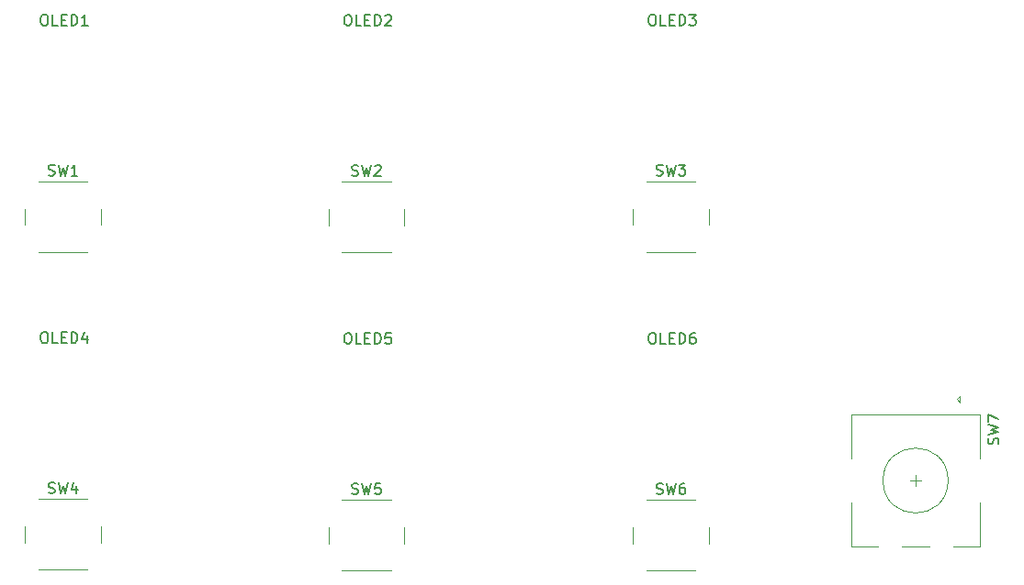
<source format=gbr>
%TF.GenerationSoftware,KiCad,Pcbnew,6.0.9-8da3e8f707~117~ubuntu22.04.1*%
%TF.CreationDate,2022-12-27T22:22:47-06:00*%
%TF.ProjectId,macropad2,6d616372-6f70-4616-9432-2e6b69636164,rev?*%
%TF.SameCoordinates,Original*%
%TF.FileFunction,Legend,Top*%
%TF.FilePolarity,Positive*%
%FSLAX46Y46*%
G04 Gerber Fmt 4.6, Leading zero omitted, Abs format (unit mm)*
G04 Created by KiCad (PCBNEW 6.0.9-8da3e8f707~117~ubuntu22.04.1) date 2022-12-27 22:22:47*
%MOMM*%
%LPD*%
G01*
G04 APERTURE LIST*
%ADD10C,0.150000*%
%ADD11C,0.120000*%
G04 APERTURE END LIST*
D10*
%TO.C,OLED5*%
X147371428Y-73627380D02*
X147561904Y-73627380D01*
X147657142Y-73675000D01*
X147752380Y-73770238D01*
X147800000Y-73960714D01*
X147800000Y-74294047D01*
X147752380Y-74484523D01*
X147657142Y-74579761D01*
X147561904Y-74627380D01*
X147371428Y-74627380D01*
X147276190Y-74579761D01*
X147180952Y-74484523D01*
X147133333Y-74294047D01*
X147133333Y-73960714D01*
X147180952Y-73770238D01*
X147276190Y-73675000D01*
X147371428Y-73627380D01*
X148704761Y-74627380D02*
X148228571Y-74627380D01*
X148228571Y-73627380D01*
X149038095Y-74103571D02*
X149371428Y-74103571D01*
X149514285Y-74627380D02*
X149038095Y-74627380D01*
X149038095Y-73627380D01*
X149514285Y-73627380D01*
X149942857Y-74627380D02*
X149942857Y-73627380D01*
X150180952Y-73627380D01*
X150323809Y-73675000D01*
X150419047Y-73770238D01*
X150466666Y-73865476D01*
X150514285Y-74055952D01*
X150514285Y-74198809D01*
X150466666Y-74389285D01*
X150419047Y-74484523D01*
X150323809Y-74579761D01*
X150180952Y-74627380D01*
X149942857Y-74627380D01*
X151419047Y-73627380D02*
X150942857Y-73627380D01*
X150895238Y-74103571D01*
X150942857Y-74055952D01*
X151038095Y-74008333D01*
X151276190Y-74008333D01*
X151371428Y-74055952D01*
X151419047Y-74103571D01*
X151466666Y-74198809D01*
X151466666Y-74436904D01*
X151419047Y-74532142D01*
X151371428Y-74579761D01*
X151276190Y-74627380D01*
X151038095Y-74627380D01*
X150942857Y-74579761D01*
X150895238Y-74532142D01*
%TO.C,SW5*%
X147841666Y-88454761D02*
X147984523Y-88502380D01*
X148222619Y-88502380D01*
X148317857Y-88454761D01*
X148365476Y-88407142D01*
X148413095Y-88311904D01*
X148413095Y-88216666D01*
X148365476Y-88121428D01*
X148317857Y-88073809D01*
X148222619Y-88026190D01*
X148032142Y-87978571D01*
X147936904Y-87930952D01*
X147889285Y-87883333D01*
X147841666Y-87788095D01*
X147841666Y-87692857D01*
X147889285Y-87597619D01*
X147936904Y-87550000D01*
X148032142Y-87502380D01*
X148270238Y-87502380D01*
X148413095Y-87550000D01*
X148746428Y-87502380D02*
X148984523Y-88502380D01*
X149175000Y-87788095D01*
X149365476Y-88502380D01*
X149603571Y-87502380D01*
X150460714Y-87502380D02*
X149984523Y-87502380D01*
X149936904Y-87978571D01*
X149984523Y-87930952D01*
X150079761Y-87883333D01*
X150317857Y-87883333D01*
X150413095Y-87930952D01*
X150460714Y-87978571D01*
X150508333Y-88073809D01*
X150508333Y-88311904D01*
X150460714Y-88407142D01*
X150413095Y-88454761D01*
X150317857Y-88502380D01*
X150079761Y-88502380D01*
X149984523Y-88454761D01*
X149936904Y-88407142D01*
%TO.C,OLED4*%
X119396428Y-73552380D02*
X119586904Y-73552380D01*
X119682142Y-73600000D01*
X119777380Y-73695238D01*
X119825000Y-73885714D01*
X119825000Y-74219047D01*
X119777380Y-74409523D01*
X119682142Y-74504761D01*
X119586904Y-74552380D01*
X119396428Y-74552380D01*
X119301190Y-74504761D01*
X119205952Y-74409523D01*
X119158333Y-74219047D01*
X119158333Y-73885714D01*
X119205952Y-73695238D01*
X119301190Y-73600000D01*
X119396428Y-73552380D01*
X120729761Y-74552380D02*
X120253571Y-74552380D01*
X120253571Y-73552380D01*
X121063095Y-74028571D02*
X121396428Y-74028571D01*
X121539285Y-74552380D02*
X121063095Y-74552380D01*
X121063095Y-73552380D01*
X121539285Y-73552380D01*
X121967857Y-74552380D02*
X121967857Y-73552380D01*
X122205952Y-73552380D01*
X122348809Y-73600000D01*
X122444047Y-73695238D01*
X122491666Y-73790476D01*
X122539285Y-73980952D01*
X122539285Y-74123809D01*
X122491666Y-74314285D01*
X122444047Y-74409523D01*
X122348809Y-74504761D01*
X122205952Y-74552380D01*
X121967857Y-74552380D01*
X123396428Y-73885714D02*
X123396428Y-74552380D01*
X123158333Y-73504761D02*
X122920238Y-74219047D01*
X123539285Y-74219047D01*
%TO.C,SW4*%
X119866666Y-88379761D02*
X120009523Y-88427380D01*
X120247619Y-88427380D01*
X120342857Y-88379761D01*
X120390476Y-88332142D01*
X120438095Y-88236904D01*
X120438095Y-88141666D01*
X120390476Y-88046428D01*
X120342857Y-87998809D01*
X120247619Y-87951190D01*
X120057142Y-87903571D01*
X119961904Y-87855952D01*
X119914285Y-87808333D01*
X119866666Y-87713095D01*
X119866666Y-87617857D01*
X119914285Y-87522619D01*
X119961904Y-87475000D01*
X120057142Y-87427380D01*
X120295238Y-87427380D01*
X120438095Y-87475000D01*
X120771428Y-87427380D02*
X121009523Y-88427380D01*
X121200000Y-87713095D01*
X121390476Y-88427380D01*
X121628571Y-87427380D01*
X122438095Y-87760714D02*
X122438095Y-88427380D01*
X122200000Y-87379761D02*
X121961904Y-88094047D01*
X122580952Y-88094047D01*
%TO.C,SW7*%
X207404761Y-83883333D02*
X207452380Y-83740476D01*
X207452380Y-83502380D01*
X207404761Y-83407142D01*
X207357142Y-83359523D01*
X207261904Y-83311904D01*
X207166666Y-83311904D01*
X207071428Y-83359523D01*
X207023809Y-83407142D01*
X206976190Y-83502380D01*
X206928571Y-83692857D01*
X206880952Y-83788095D01*
X206833333Y-83835714D01*
X206738095Y-83883333D01*
X206642857Y-83883333D01*
X206547619Y-83835714D01*
X206500000Y-83788095D01*
X206452380Y-83692857D01*
X206452380Y-83454761D01*
X206500000Y-83311904D01*
X206452380Y-82978571D02*
X207452380Y-82740476D01*
X206738095Y-82550000D01*
X207452380Y-82359523D01*
X206452380Y-82121428D01*
X206452380Y-81835714D02*
X206452380Y-81169047D01*
X207452380Y-81597619D01*
%TO.C,SW6*%
X175916666Y-88454761D02*
X176059523Y-88502380D01*
X176297619Y-88502380D01*
X176392857Y-88454761D01*
X176440476Y-88407142D01*
X176488095Y-88311904D01*
X176488095Y-88216666D01*
X176440476Y-88121428D01*
X176392857Y-88073809D01*
X176297619Y-88026190D01*
X176107142Y-87978571D01*
X176011904Y-87930952D01*
X175964285Y-87883333D01*
X175916666Y-87788095D01*
X175916666Y-87692857D01*
X175964285Y-87597619D01*
X176011904Y-87550000D01*
X176107142Y-87502380D01*
X176345238Y-87502380D01*
X176488095Y-87550000D01*
X176821428Y-87502380D02*
X177059523Y-88502380D01*
X177250000Y-87788095D01*
X177440476Y-88502380D01*
X177678571Y-87502380D01*
X178488095Y-87502380D02*
X178297619Y-87502380D01*
X178202380Y-87550000D01*
X178154761Y-87597619D01*
X178059523Y-87740476D01*
X178011904Y-87930952D01*
X178011904Y-88311904D01*
X178059523Y-88407142D01*
X178107142Y-88454761D01*
X178202380Y-88502380D01*
X178392857Y-88502380D01*
X178488095Y-88454761D01*
X178535714Y-88407142D01*
X178583333Y-88311904D01*
X178583333Y-88073809D01*
X178535714Y-87978571D01*
X178488095Y-87930952D01*
X178392857Y-87883333D01*
X178202380Y-87883333D01*
X178107142Y-87930952D01*
X178059523Y-87978571D01*
X178011904Y-88073809D01*
%TO.C,SW3*%
X175916666Y-59054761D02*
X176059523Y-59102380D01*
X176297619Y-59102380D01*
X176392857Y-59054761D01*
X176440476Y-59007142D01*
X176488095Y-58911904D01*
X176488095Y-58816666D01*
X176440476Y-58721428D01*
X176392857Y-58673809D01*
X176297619Y-58626190D01*
X176107142Y-58578571D01*
X176011904Y-58530952D01*
X175964285Y-58483333D01*
X175916666Y-58388095D01*
X175916666Y-58292857D01*
X175964285Y-58197619D01*
X176011904Y-58150000D01*
X176107142Y-58102380D01*
X176345238Y-58102380D01*
X176488095Y-58150000D01*
X176821428Y-58102380D02*
X177059523Y-59102380D01*
X177250000Y-58388095D01*
X177440476Y-59102380D01*
X177678571Y-58102380D01*
X177964285Y-58102380D02*
X178583333Y-58102380D01*
X178250000Y-58483333D01*
X178392857Y-58483333D01*
X178488095Y-58530952D01*
X178535714Y-58578571D01*
X178583333Y-58673809D01*
X178583333Y-58911904D01*
X178535714Y-59007142D01*
X178488095Y-59054761D01*
X178392857Y-59102380D01*
X178107142Y-59102380D01*
X178011904Y-59054761D01*
X177964285Y-59007142D01*
%TO.C,SW2*%
X147841666Y-59079761D02*
X147984523Y-59127380D01*
X148222619Y-59127380D01*
X148317857Y-59079761D01*
X148365476Y-59032142D01*
X148413095Y-58936904D01*
X148413095Y-58841666D01*
X148365476Y-58746428D01*
X148317857Y-58698809D01*
X148222619Y-58651190D01*
X148032142Y-58603571D01*
X147936904Y-58555952D01*
X147889285Y-58508333D01*
X147841666Y-58413095D01*
X147841666Y-58317857D01*
X147889285Y-58222619D01*
X147936904Y-58175000D01*
X148032142Y-58127380D01*
X148270238Y-58127380D01*
X148413095Y-58175000D01*
X148746428Y-58127380D02*
X148984523Y-59127380D01*
X149175000Y-58413095D01*
X149365476Y-59127380D01*
X149603571Y-58127380D01*
X149936904Y-58222619D02*
X149984523Y-58175000D01*
X150079761Y-58127380D01*
X150317857Y-58127380D01*
X150413095Y-58175000D01*
X150460714Y-58222619D01*
X150508333Y-58317857D01*
X150508333Y-58413095D01*
X150460714Y-58555952D01*
X149889285Y-59127380D01*
X150508333Y-59127380D01*
%TO.C,SW1*%
X119866666Y-59054761D02*
X120009523Y-59102380D01*
X120247619Y-59102380D01*
X120342857Y-59054761D01*
X120390476Y-59007142D01*
X120438095Y-58911904D01*
X120438095Y-58816666D01*
X120390476Y-58721428D01*
X120342857Y-58673809D01*
X120247619Y-58626190D01*
X120057142Y-58578571D01*
X119961904Y-58530952D01*
X119914285Y-58483333D01*
X119866666Y-58388095D01*
X119866666Y-58292857D01*
X119914285Y-58197619D01*
X119961904Y-58150000D01*
X120057142Y-58102380D01*
X120295238Y-58102380D01*
X120438095Y-58150000D01*
X120771428Y-58102380D02*
X121009523Y-59102380D01*
X121200000Y-58388095D01*
X121390476Y-59102380D01*
X121628571Y-58102380D01*
X122533333Y-59102380D02*
X121961904Y-59102380D01*
X122247619Y-59102380D02*
X122247619Y-58102380D01*
X122152380Y-58245238D01*
X122057142Y-58340476D01*
X121961904Y-58388095D01*
%TO.C,OLED6*%
X175446428Y-73627380D02*
X175636904Y-73627380D01*
X175732142Y-73675000D01*
X175827380Y-73770238D01*
X175875000Y-73960714D01*
X175875000Y-74294047D01*
X175827380Y-74484523D01*
X175732142Y-74579761D01*
X175636904Y-74627380D01*
X175446428Y-74627380D01*
X175351190Y-74579761D01*
X175255952Y-74484523D01*
X175208333Y-74294047D01*
X175208333Y-73960714D01*
X175255952Y-73770238D01*
X175351190Y-73675000D01*
X175446428Y-73627380D01*
X176779761Y-74627380D02*
X176303571Y-74627380D01*
X176303571Y-73627380D01*
X177113095Y-74103571D02*
X177446428Y-74103571D01*
X177589285Y-74627380D02*
X177113095Y-74627380D01*
X177113095Y-73627380D01*
X177589285Y-73627380D01*
X178017857Y-74627380D02*
X178017857Y-73627380D01*
X178255952Y-73627380D01*
X178398809Y-73675000D01*
X178494047Y-73770238D01*
X178541666Y-73865476D01*
X178589285Y-74055952D01*
X178589285Y-74198809D01*
X178541666Y-74389285D01*
X178494047Y-74484523D01*
X178398809Y-74579761D01*
X178255952Y-74627380D01*
X178017857Y-74627380D01*
X179446428Y-73627380D02*
X179255952Y-73627380D01*
X179160714Y-73675000D01*
X179113095Y-73722619D01*
X179017857Y-73865476D01*
X178970238Y-74055952D01*
X178970238Y-74436904D01*
X179017857Y-74532142D01*
X179065476Y-74579761D01*
X179160714Y-74627380D01*
X179351190Y-74627380D01*
X179446428Y-74579761D01*
X179494047Y-74532142D01*
X179541666Y-74436904D01*
X179541666Y-74198809D01*
X179494047Y-74103571D01*
X179446428Y-74055952D01*
X179351190Y-74008333D01*
X179160714Y-74008333D01*
X179065476Y-74055952D01*
X179017857Y-74103571D01*
X178970238Y-74198809D01*
%TO.C,OLED3*%
X175446428Y-44227380D02*
X175636904Y-44227380D01*
X175732142Y-44275000D01*
X175827380Y-44370238D01*
X175875000Y-44560714D01*
X175875000Y-44894047D01*
X175827380Y-45084523D01*
X175732142Y-45179761D01*
X175636904Y-45227380D01*
X175446428Y-45227380D01*
X175351190Y-45179761D01*
X175255952Y-45084523D01*
X175208333Y-44894047D01*
X175208333Y-44560714D01*
X175255952Y-44370238D01*
X175351190Y-44275000D01*
X175446428Y-44227380D01*
X176779761Y-45227380D02*
X176303571Y-45227380D01*
X176303571Y-44227380D01*
X177113095Y-44703571D02*
X177446428Y-44703571D01*
X177589285Y-45227380D02*
X177113095Y-45227380D01*
X177113095Y-44227380D01*
X177589285Y-44227380D01*
X178017857Y-45227380D02*
X178017857Y-44227380D01*
X178255952Y-44227380D01*
X178398809Y-44275000D01*
X178494047Y-44370238D01*
X178541666Y-44465476D01*
X178589285Y-44655952D01*
X178589285Y-44798809D01*
X178541666Y-44989285D01*
X178494047Y-45084523D01*
X178398809Y-45179761D01*
X178255952Y-45227380D01*
X178017857Y-45227380D01*
X178922619Y-44227380D02*
X179541666Y-44227380D01*
X179208333Y-44608333D01*
X179351190Y-44608333D01*
X179446428Y-44655952D01*
X179494047Y-44703571D01*
X179541666Y-44798809D01*
X179541666Y-45036904D01*
X179494047Y-45132142D01*
X179446428Y-45179761D01*
X179351190Y-45227380D01*
X179065476Y-45227380D01*
X178970238Y-45179761D01*
X178922619Y-45132142D01*
%TO.C,OLED2*%
X147371428Y-44252380D02*
X147561904Y-44252380D01*
X147657142Y-44300000D01*
X147752380Y-44395238D01*
X147800000Y-44585714D01*
X147800000Y-44919047D01*
X147752380Y-45109523D01*
X147657142Y-45204761D01*
X147561904Y-45252380D01*
X147371428Y-45252380D01*
X147276190Y-45204761D01*
X147180952Y-45109523D01*
X147133333Y-44919047D01*
X147133333Y-44585714D01*
X147180952Y-44395238D01*
X147276190Y-44300000D01*
X147371428Y-44252380D01*
X148704761Y-45252380D02*
X148228571Y-45252380D01*
X148228571Y-44252380D01*
X149038095Y-44728571D02*
X149371428Y-44728571D01*
X149514285Y-45252380D02*
X149038095Y-45252380D01*
X149038095Y-44252380D01*
X149514285Y-44252380D01*
X149942857Y-45252380D02*
X149942857Y-44252380D01*
X150180952Y-44252380D01*
X150323809Y-44300000D01*
X150419047Y-44395238D01*
X150466666Y-44490476D01*
X150514285Y-44680952D01*
X150514285Y-44823809D01*
X150466666Y-45014285D01*
X150419047Y-45109523D01*
X150323809Y-45204761D01*
X150180952Y-45252380D01*
X149942857Y-45252380D01*
X150895238Y-44347619D02*
X150942857Y-44300000D01*
X151038095Y-44252380D01*
X151276190Y-44252380D01*
X151371428Y-44300000D01*
X151419047Y-44347619D01*
X151466666Y-44442857D01*
X151466666Y-44538095D01*
X151419047Y-44680952D01*
X150847619Y-45252380D01*
X151466666Y-45252380D01*
%TO.C,OLED1*%
X119396428Y-44227380D02*
X119586904Y-44227380D01*
X119682142Y-44275000D01*
X119777380Y-44370238D01*
X119825000Y-44560714D01*
X119825000Y-44894047D01*
X119777380Y-45084523D01*
X119682142Y-45179761D01*
X119586904Y-45227380D01*
X119396428Y-45227380D01*
X119301190Y-45179761D01*
X119205952Y-45084523D01*
X119158333Y-44894047D01*
X119158333Y-44560714D01*
X119205952Y-44370238D01*
X119301190Y-44275000D01*
X119396428Y-44227380D01*
X120729761Y-45227380D02*
X120253571Y-45227380D01*
X120253571Y-44227380D01*
X121063095Y-44703571D02*
X121396428Y-44703571D01*
X121539285Y-45227380D02*
X121063095Y-45227380D01*
X121063095Y-44227380D01*
X121539285Y-44227380D01*
X121967857Y-45227380D02*
X121967857Y-44227380D01*
X122205952Y-44227380D01*
X122348809Y-44275000D01*
X122444047Y-44370238D01*
X122491666Y-44465476D01*
X122539285Y-44655952D01*
X122539285Y-44798809D01*
X122491666Y-44989285D01*
X122444047Y-45084523D01*
X122348809Y-45179761D01*
X122205952Y-45227380D01*
X121967857Y-45227380D01*
X123491666Y-45227380D02*
X122920238Y-45227380D01*
X123205952Y-45227380D02*
X123205952Y-44227380D01*
X123110714Y-44370238D01*
X123015476Y-44465476D01*
X122920238Y-44513095D01*
D11*
%TO.C,SW5*%
X151425000Y-89050000D02*
X146925000Y-89050000D01*
X146925000Y-95550000D02*
X151425000Y-95550000D01*
X152675000Y-93050000D02*
X152675000Y-91550000D01*
X145675000Y-91550000D02*
X145675000Y-93050000D01*
%TO.C,SW4*%
X123450000Y-88975000D02*
X118950000Y-88975000D01*
X118950000Y-95475000D02*
X123450000Y-95475000D01*
X124700000Y-92975000D02*
X124700000Y-91475000D01*
X117700000Y-91475000D02*
X117700000Y-92975000D01*
%TO.C,SW7*%
X193900000Y-93350000D02*
X193900000Y-89250000D01*
X203900000Y-80050000D02*
X203600000Y-79750000D01*
X203600000Y-79750000D02*
X203900000Y-79450000D01*
X193900000Y-85250000D02*
X193900000Y-81150000D01*
X205700000Y-89250000D02*
X205700000Y-93350000D01*
X205700000Y-93350000D02*
X203300000Y-93350000D01*
X196300000Y-93350000D02*
X193900000Y-93350000D01*
X200300000Y-87250000D02*
X199300000Y-87250000D01*
X205700000Y-85250000D02*
X205700000Y-81150000D01*
X199800000Y-86750000D02*
X199800000Y-87750000D01*
X201100000Y-93350000D02*
X198500000Y-93350000D01*
X205700000Y-81150000D02*
X193900000Y-81150000D01*
X203900000Y-79450000D02*
X203900000Y-80050000D01*
X202800000Y-87250000D02*
G75*
G03*
X202800000Y-87250000I-3000000J0D01*
G01*
%TO.C,SW6*%
X173750000Y-91550000D02*
X173750000Y-93050000D01*
X180750000Y-93050000D02*
X180750000Y-91550000D01*
X175000000Y-95550000D02*
X179500000Y-95550000D01*
X179500000Y-89050000D02*
X175000000Y-89050000D01*
%TO.C,SW3*%
X173750000Y-62150000D02*
X173750000Y-63650000D01*
X180750000Y-63650000D02*
X180750000Y-62150000D01*
X175000000Y-66150000D02*
X179500000Y-66150000D01*
X179500000Y-59650000D02*
X175000000Y-59650000D01*
%TO.C,SW2*%
X145675000Y-62175000D02*
X145675000Y-63675000D01*
X152675000Y-63675000D02*
X152675000Y-62175000D01*
X146925000Y-66175000D02*
X151425000Y-66175000D01*
X151425000Y-59675000D02*
X146925000Y-59675000D01*
%TO.C,SW1*%
X117700000Y-62150000D02*
X117700000Y-63650000D01*
X124700000Y-63650000D02*
X124700000Y-62150000D01*
X118950000Y-66150000D02*
X123450000Y-66150000D01*
X123450000Y-59650000D02*
X118950000Y-59650000D01*
%TD*%
M02*

</source>
